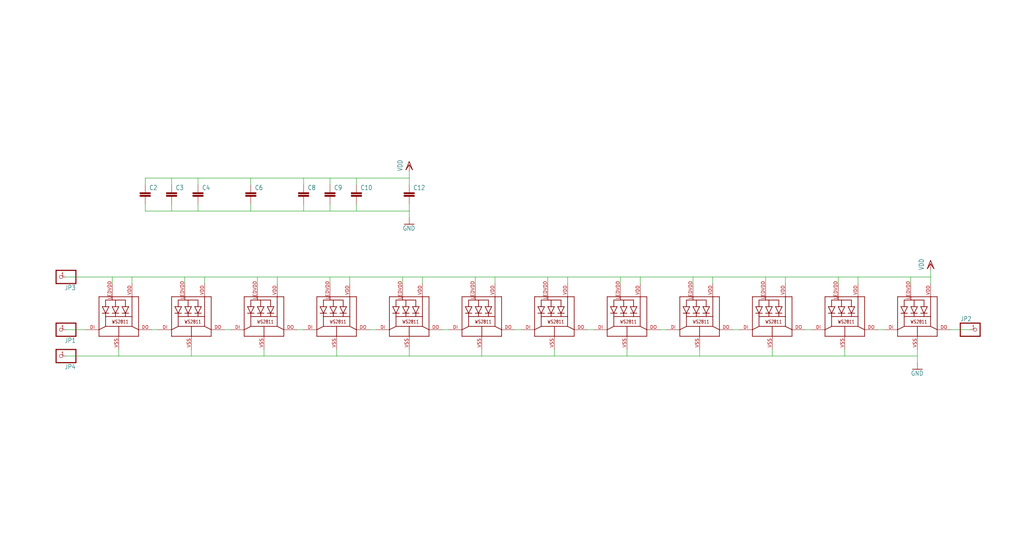
<source format=kicad_sch>
(kicad_sch (version 20230121) (generator eeschema)
  (paper "User" 394.106 210.007)
  (lib_symbols
    (symbol "working-eagle-import:C-EUC0603"
      (property "Reference" "C" (at 1.524 0.381 0))
      (symbol "C-EUC0603_1_0"
        (rectangle (start -2.032 -2.032) (end 2.032 -1.524) (fill (type outline)))
        (rectangle (start -2.032 -1.016) (end 2.032 -0.508) (fill (type outline)))
        (polyline (pts (xy 0 -2.54) (xy 0 -2.032)) (stroke (width 0.1524)))
        (polyline (pts (xy 0 0) (xy 0 -0.508)) (stroke (width 0.1524)))
        (pin passive line (at 0 2.54 270) (length 2.54) (name "1") (number "1"))
        (pin passive line (at 0 -5.08 90) (length 2.54) (name "2") (number "2"))
      )
    )
    (symbol "working-eagle-import:GND" (power)
      (property "Value" "GND" (at -2.54 -2.54 0))
      (symbol "GND_1_0"
        (polyline (pts (xy -1.905 0) (xy 1.905 0)) (stroke (width 0.254)))
        (pin power_in line (at 0 2.54 270) (length 2.54) (name "GND") (number "1"))
      )
    )
    (symbol "working-eagle-import:PINHD-1X1CB"
      (property "Reference" "JP" (at -6.35 3.175 0))
      (symbol "PINHD-1X1CB_1_0"
        (polyline (pts (xy -6.35 -2.54) (xy 1.27 -2.54)) (stroke (width 0.4064)))
        (polyline (pts (xy -6.35 2.54) (xy -6.35 -2.54)) (stroke (width 0.4064)))
        (polyline (pts (xy 1.27 -2.54) (xy 1.27 2.54)) (stroke (width 0.4064)))
        (polyline (pts (xy 1.27 2.54) (xy -6.35 2.54)) (stroke (width 0.4064)))
        (pin passive inverted (at -2.54 0 0) (length 2.54) (name "1") (number "1"))
      )
    )
    (symbol "working-eagle-import:VDD" (power)
      (property "Value" "VDD" (at -2.54 -2.54 90))
      (symbol "VDD_1_0"
        (polyline (pts (xy 0 0) (xy -1.27 -1.905)) (stroke (width 0.254)))
        (polyline (pts (xy 0 1.27) (xy -1.27 -1.905)) (stroke (width 0.254)))
        (polyline (pts (xy 1.27 -1.905) (xy 0 0)) (stroke (width 0.254)))
        (polyline (pts (xy 1.27 -1.905) (xy 0 1.27)) (stroke (width 0.254)))
        (pin power_in line (at 0 -2.54 90) (length 2.54) (name "VDD") (number "1"))
      )
    )
    (symbol "working-eagle-import:WS28115050"
      (symbol "WS28115050_1_0"
        (polyline (pts (xy -7.62 -5.08) (xy 0 -5.08)) (stroke (width 0.254)))
        (polyline (pts (xy -7.62 -2.54) (xy -7.62 -5.08)) (stroke (width 0.254)))
        (polyline (pts (xy -7.62 10.16) (xy -7.62 -2.54)) (stroke (width 0.254)))
        (polyline (pts (xy -6.35 3.81) (xy -5.08 3.81)) (stroke (width 0.254)))
        (polyline (pts (xy -6.35 6.35) (xy -5.08 6.35)) (stroke (width 0.254)))
        (polyline (pts (xy -5.08 -1.27) (xy -7.62 -2.54)) (stroke (width 0.254)))
        (polyline (pts (xy -5.08 -1.27) (xy 0 -1.27)) (stroke (width 0.254)))
        (polyline (pts (xy -5.08 2.54) (xy -5.08 -1.27)) (stroke (width 0.254)))
        (polyline (pts (xy -5.08 3.81) (xy -6.35 6.35)) (stroke (width 0.254)))
        (polyline (pts (xy -5.08 3.81) (xy -5.08 2.54)) (stroke (width 0.254)))
        (polyline (pts (xy -5.08 3.81) (xy -3.81 6.35)) (stroke (width 0.254)))
        (polyline (pts (xy -5.08 6.35) (xy -3.81 6.35)) (stroke (width 0.254)))
        (polyline (pts (xy -5.08 8.89) (xy -5.08 6.35)) (stroke (width 0.254)))
        (polyline (pts (xy -3.81 3.81) (xy -5.08 3.81)) (stroke (width 0.254)))
        (polyline (pts (xy -2.54 3.81) (xy -1.27 3.81)) (stroke (width 0.254)))
        (polyline (pts (xy -2.54 6.35) (xy 0 6.35)) (stroke (width 0.254)))
        (polyline (pts (xy -2.54 8.89) (xy -5.08 8.89)) (stroke (width 0.254)))
        (polyline (pts (xy -2.54 10.16) (xy -7.62 10.16)) (stroke (width 0.254)))
        (polyline (pts (xy -2.54 10.16) (xy -2.54 8.89)) (stroke (width 0.254)))
        (polyline (pts (xy -1.27 2.54) (xy -5.08 2.54)) (stroke (width 0.254)))
        (polyline (pts (xy -1.27 3.81) (xy -2.54 6.35)) (stroke (width 0.254)))
        (polyline (pts (xy -1.27 3.81) (xy -1.27 2.54)) (stroke (width 0.254)))
        (polyline (pts (xy -1.27 3.81) (xy 0 3.81)) (stroke (width 0.254)))
        (polyline (pts (xy -1.27 6.35) (xy -1.27 8.89)) (stroke (width 0.254)))
        (polyline (pts (xy -1.27 8.89) (xy -2.54 8.89)) (stroke (width 0.254)))
        (polyline (pts (xy 0 -5.08) (xy 7.62 -5.08)) (stroke (width 0.254)))
        (polyline (pts (xy 0 -1.27) (xy 0 -5.08)) (stroke (width 0.254)))
        (polyline (pts (xy 0 -1.27) (xy 5.08 -1.27)) (stroke (width 0.254)))
        (polyline (pts (xy 0 6.35) (xy -1.27 3.81)) (stroke (width 0.254)))
        (polyline (pts (xy 1.27 6.35) (xy 2.54 3.81)) (stroke (width 0.254)))
        (polyline (pts (xy 1.27 6.35) (xy 2.54 6.35)) (stroke (width 0.254)))
        (polyline (pts (xy 2.54 2.54) (xy -1.27 2.54)) (stroke (width 0.254)))
        (polyline (pts (xy 2.54 3.81) (xy 1.27 3.81)) (stroke (width 0.254)))
        (polyline (pts (xy 2.54 3.81) (xy 2.54 2.54)) (stroke (width 0.254)))
        (polyline (pts (xy 2.54 3.81) (xy 3.81 3.81)) (stroke (width 0.254)))
        (polyline (pts (xy 2.54 3.81) (xy 3.81 6.35)) (stroke (width 0.254)))
        (polyline (pts (xy 2.54 6.35) (xy 2.54 8.89)) (stroke (width 0.254)))
        (polyline (pts (xy 2.54 8.89) (xy -1.27 8.89)) (stroke (width 0.254)))
        (polyline (pts (xy 3.81 6.35) (xy 2.54 6.35)) (stroke (width 0.254)))
        (polyline (pts (xy 5.08 -1.27) (xy 5.08 2.54)) (stroke (width 0.254)))
        (polyline (pts (xy 5.08 -1.27) (xy 7.62 -2.54)) (stroke (width 0.254)))
        (polyline (pts (xy 5.08 2.54) (xy 2.54 2.54)) (stroke (width 0.254)))
        (polyline (pts (xy 5.08 10.16) (xy -2.54 10.16)) (stroke (width 0.254)))
        (polyline (pts (xy 5.08 10.16) (xy 5.08 2.54)) (stroke (width 0.254)))
        (polyline (pts (xy 7.62 -5.08) (xy 7.62 -2.54)) (stroke (width 0.254)))
        (polyline (pts (xy 7.62 -2.54) (xy 7.62 10.16)) (stroke (width 0.254)))
        (polyline (pts (xy 7.62 10.16) (xy 5.08 10.16)) (stroke (width 0.254)))
        (text "WS2811" (at 3.81 1.27 0) (effects (font (size 1.27 1.0795)) (justify right top)))
        (pin input line (at -12.7 -2.54 0) (length 5.08) (name "DI") (number "DI"))
        (pin output line (at 12.7 -2.54 180) (length 5.08) (name "DO") (number "DO"))
        (pin power_in line (at -2.54 15.24 270) (length 5.08) (name "LEDVDD") (number "LEDVDD"))
        (pin power_in line (at 5.08 15.24 270) (length 5.08) (name "VDD") (number "VDD"))
        (pin power_in line (at 0 -10.16 90) (length 5.08) (name "GND") (number "VSS"))
      )
    )
  )
  (wire (pts (xy 96.52 68.58) (xy 76.2 68.58)) (stroke (width 0.1524)))
  (wire (pts (xy 358.14 106.68) (xy 358.14 104.14)) (stroke (width 0.1524)))
  (wire (pts (xy 106.68 106.68) (xy 99.06 106.68)) (stroke (width 0.1524)))
  (wire (pts (xy 99.06 106.68) (xy 78.74 106.68)) (stroke (width 0.1524)))
  (wire (pts (xy 182.88 106.68) (xy 162.56 106.68)) (stroke (width 0.1524)))
  (wire (pts (xy 269.24 137.16) (xy 269.24 134.62)) (stroke (width 0.1524)))
  (wire (pts (xy 266.7 106.68) (xy 246.38 106.68)) (stroke (width 0.1524)))
  (wire (pts (xy 127 109.22) (xy 127 106.68)) (stroke (width 0.1524)))
  (wire (pts (xy 213.36 137.16) (xy 213.36 134.62)) (stroke (width 0.1524)))
  (wire (pts (xy 25.4 106.68) (xy 43.18 106.68)) (stroke (width 0.1524)))
  (wire (pts (xy 137.16 68.58) (xy 127 68.58)) (stroke (width 0.1524)))
  (wire (pts (xy 137.16 81.28) (xy 127 81.28)) (stroke (width 0.1524)))
  (wire (pts (xy 157.48 68.58) (xy 157.48 66.04)) (stroke (width 0.1524)))
  (wire (pts (xy 218.44 106.68) (xy 210.82 106.68)) (stroke (width 0.1524)))
  (wire (pts (xy 322.58 109.22) (xy 322.58 106.68)) (stroke (width 0.1524)))
  (wire (pts (xy 210.82 106.68) (xy 190.5 106.68)) (stroke (width 0.1524)))
  (wire (pts (xy 238.76 109.22) (xy 238.76 106.68)) (stroke (width 0.1524)))
  (wire (pts (xy 116.84 81.28) (xy 116.84 78.74)) (stroke (width 0.1524)))
  (wire (pts (xy 157.48 81.28) (xy 157.48 83.82)) (stroke (width 0.1524)))
  (wire (pts (xy 66.04 71.12) (xy 66.04 68.58)) (stroke (width 0.1524)))
  (wire (pts (xy 127 81.28) (xy 127 78.74)) (stroke (width 0.1524)))
  (wire (pts (xy 274.32 109.22) (xy 274.32 106.68)) (stroke (width 0.1524)))
  (wire (pts (xy 78.74 109.22) (xy 78.74 106.68)) (stroke (width 0.1524)))
  (wire (pts (xy 241.3 137.16) (xy 213.36 137.16)) (stroke (width 0.1524)))
  (wire (pts (xy 325.12 137.16) (xy 297.18 137.16)) (stroke (width 0.1524)))
  (wire (pts (xy 101.6 137.16) (xy 101.6 134.62)) (stroke (width 0.1524)))
  (wire (pts (xy 302.26 106.68) (xy 294.64 106.68)) (stroke (width 0.1524)))
  (wire (pts (xy 116.84 68.58) (xy 96.52 68.58)) (stroke (width 0.1524)))
  (wire (pts (xy 55.88 81.28) (xy 55.88 78.74)) (stroke (width 0.1524)))
  (wire (pts (xy 99.06 109.22) (xy 99.06 106.68)) (stroke (width 0.1524)))
  (wire (pts (xy 60.96 127) (xy 58.42 127)) (stroke (width 0.1524)))
  (wire (pts (xy 78.74 106.68) (xy 71.12 106.68)) (stroke (width 0.1524)))
  (wire (pts (xy 294.64 109.22) (xy 294.64 106.68)) (stroke (width 0.1524)))
  (wire (pts (xy 358.14 106.68) (xy 350.52 106.68)) (stroke (width 0.1524)))
  (wire (pts (xy 129.54 137.16) (xy 129.54 134.62)) (stroke (width 0.1524)))
  (wire (pts (xy 330.2 109.22) (xy 330.2 106.68)) (stroke (width 0.1524)))
  (wire (pts (xy 358.14 109.22) (xy 358.14 106.68)) (stroke (width 0.1524)))
  (wire (pts (xy 350.52 106.68) (xy 330.2 106.68)) (stroke (width 0.1524)))
  (wire (pts (xy 238.76 106.68) (xy 218.44 106.68)) (stroke (width 0.1524)))
  (wire (pts (xy 302.26 109.22) (xy 302.26 106.68)) (stroke (width 0.1524)))
  (wire (pts (xy 43.18 106.68) (xy 43.18 109.22)) (stroke (width 0.1524)))
  (wire (pts (xy 337.82 127) (xy 340.36 127)) (stroke (width 0.1524)))
  (wire (pts (xy 157.48 78.74) (xy 157.48 81.28)) (stroke (width 0.1524)))
  (wire (pts (xy 157.48 137.16) (xy 157.48 134.62)) (stroke (width 0.1524)))
  (wire (pts (xy 254 127) (xy 256.54 127)) (stroke (width 0.1524)))
  (wire (pts (xy 76.2 68.58) (xy 66.04 68.58)) (stroke (width 0.1524)))
  (wire (pts (xy 127 71.12) (xy 127 68.58)) (stroke (width 0.1524)))
  (wire (pts (xy 353.06 137.16) (xy 353.06 139.7)) (stroke (width 0.1524)))
  (wire (pts (xy 353.06 137.16) (xy 325.12 137.16)) (stroke (width 0.1524)))
  (wire (pts (xy 50.8 109.22) (xy 50.8 106.68)) (stroke (width 0.1524)))
  (wire (pts (xy 144.78 127) (xy 142.24 127)) (stroke (width 0.1524)))
  (wire (pts (xy 218.44 109.22) (xy 218.44 106.68)) (stroke (width 0.1524)))
  (wire (pts (xy 127 68.58) (xy 116.84 68.58)) (stroke (width 0.1524)))
  (wire (pts (xy 96.52 81.28) (xy 96.52 78.74)) (stroke (width 0.1524)))
  (wire (pts (xy 157.48 137.16) (xy 129.54 137.16)) (stroke (width 0.1524)))
  (wire (pts (xy 350.52 109.22) (xy 350.52 106.68)) (stroke (width 0.1524)))
  (wire (pts (xy 157.48 81.28) (xy 137.16 81.28)) (stroke (width 0.1524)))
  (wire (pts (xy 297.18 137.16) (xy 297.18 134.62)) (stroke (width 0.1524)))
  (wire (pts (xy 185.42 137.16) (xy 157.48 137.16)) (stroke (width 0.1524)))
  (wire (pts (xy 190.5 109.22) (xy 190.5 106.68)) (stroke (width 0.1524)))
  (wire (pts (xy 134.62 106.68) (xy 127 106.68)) (stroke (width 0.1524)))
  (wire (pts (xy 127 106.68) (xy 106.68 106.68)) (stroke (width 0.1524)))
  (wire (pts (xy 106.68 109.22) (xy 106.68 106.68)) (stroke (width 0.1524)))
  (wire (pts (xy 266.7 109.22) (xy 266.7 106.68)) (stroke (width 0.1524)))
  (wire (pts (xy 246.38 106.68) (xy 238.76 106.68)) (stroke (width 0.1524)))
  (wire (pts (xy 73.66 137.16) (xy 45.72 137.16)) (stroke (width 0.1524)))
  (wire (pts (xy 127 81.28) (xy 116.84 81.28)) (stroke (width 0.1524)))
  (wire (pts (xy 190.5 106.68) (xy 182.88 106.68)) (stroke (width 0.1524)))
  (wire (pts (xy 330.2 106.68) (xy 322.58 106.68)) (stroke (width 0.1524)))
  (wire (pts (xy 88.9 127) (xy 86.36 127)) (stroke (width 0.1524)))
  (wire (pts (xy 353.06 134.62) (xy 353.06 137.16)) (stroke (width 0.1524)))
  (wire (pts (xy 200.66 127) (xy 198.12 127)) (stroke (width 0.1524)))
  (wire (pts (xy 45.72 137.16) (xy 45.72 134.62)) (stroke (width 0.1524)))
  (wire (pts (xy 76.2 81.28) (xy 66.04 81.28)) (stroke (width 0.1524)))
  (wire (pts (xy 71.12 106.68) (xy 50.8 106.68)) (stroke (width 0.1524)))
  (wire (pts (xy 66.04 68.58) (xy 55.88 68.58)) (stroke (width 0.1524)))
  (wire (pts (xy 185.42 137.16) (xy 185.42 134.62)) (stroke (width 0.1524)))
  (wire (pts (xy 137.16 81.28) (xy 137.16 78.74)) (stroke (width 0.1524)))
  (wire (pts (xy 116.84 71.12) (xy 116.84 68.58)) (stroke (width 0.1524)))
  (wire (pts (xy 116.84 81.28) (xy 96.52 81.28)) (stroke (width 0.1524)))
  (wire (pts (xy 325.12 137.16) (xy 325.12 134.62)) (stroke (width 0.1524)))
  (wire (pts (xy 73.66 137.16) (xy 73.66 134.62)) (stroke (width 0.1524)))
  (wire (pts (xy 154.94 106.68) (xy 134.62 106.68)) (stroke (width 0.1524)))
  (wire (pts (xy 71.12 109.22) (xy 71.12 106.68)) (stroke (width 0.1524)))
  (wire (pts (xy 55.88 71.12) (xy 55.88 68.58)) (stroke (width 0.1524)))
  (wire (pts (xy 269.24 137.16) (xy 241.3 137.16)) (stroke (width 0.1524)))
  (wire (pts (xy 154.94 109.22) (xy 154.94 106.68)) (stroke (width 0.1524)))
  (wire (pts (xy 116.84 127) (xy 114.3 127)) (stroke (width 0.1524)))
  (wire (pts (xy 213.36 137.16) (xy 185.42 137.16)) (stroke (width 0.1524)))
  (wire (pts (xy 246.38 109.22) (xy 246.38 106.68)) (stroke (width 0.1524)))
  (wire (pts (xy 129.54 137.16) (xy 101.6 137.16)) (stroke (width 0.1524)))
  (wire (pts (xy 157.48 71.12) (xy 157.48 68.58)) (stroke (width 0.1524)))
  (wire (pts (xy 157.48 68.58) (xy 137.16 68.58)) (stroke (width 0.1524)))
  (wire (pts (xy 66.04 81.28) (xy 55.88 81.28)) (stroke (width 0.1524)))
  (wire (pts (xy 241.3 137.16) (xy 241.3 134.62)) (stroke (width 0.1524)))
  (wire (pts (xy 210.82 109.22) (xy 210.82 106.68)) (stroke (width 0.1524)))
  (wire (pts (xy 322.58 106.68) (xy 302.26 106.68)) (stroke (width 0.1524)))
  (wire (pts (xy 25.4 127) (xy 33.02 127)) (stroke (width 0.1524)))
  (wire (pts (xy 134.62 109.22) (xy 134.62 106.68)) (stroke (width 0.1524)))
  (wire (pts (xy 309.88 127) (xy 312.42 127)) (stroke (width 0.1524)))
  (wire (pts (xy 66.04 81.28) (xy 66.04 78.74)) (stroke (width 0.1524)))
  (wire (pts (xy 172.72 127) (xy 170.18 127)) (stroke (width 0.1524)))
  (wire (pts (xy 76.2 81.28) (xy 76.2 78.74)) (stroke (width 0.1524)))
  (wire (pts (xy 274.32 106.68) (xy 266.7 106.68)) (stroke (width 0.1524)))
  (wire (pts (xy 373.38 127) (xy 365.76 127)) (stroke (width 0.1524)))
  (wire (pts (xy 76.2 71.12) (xy 76.2 68.58)) (stroke (width 0.1524)))
  (wire (pts (xy 96.52 81.28) (xy 76.2 81.28)) (stroke (width 0.1524)))
  (wire (pts (xy 96.52 71.12) (xy 96.52 68.58)) (stroke (width 0.1524)))
  (wire (pts (xy 137.16 71.12) (xy 137.16 68.58)) (stroke (width 0.1524)))
  (wire (pts (xy 281.94 127) (xy 284.48 127)) (stroke (width 0.1524)))
  (wire (pts (xy 50.8 106.68) (xy 43.18 106.68)) (stroke (width 0.1524)))
  (wire (pts (xy 101.6 137.16) (xy 73.66 137.16)) (stroke (width 0.1524)))
  (wire (pts (xy 226.06 127) (xy 228.6 127)) (stroke (width 0.1524)))
  (wire (pts (xy 162.56 109.22) (xy 162.56 106.68)) (stroke (width 0.1524)))
  (wire (pts (xy 182.88 109.22) (xy 182.88 106.68)) (stroke (width 0.1524)))
  (wire (pts (xy 162.56 106.68) (xy 154.94 106.68)) (stroke (width 0.1524)))
  (wire (pts (xy 297.18 137.16) (xy 269.24 137.16)) (stroke (width 0.1524)))
  (wire (pts (xy 294.64 106.68) (xy 274.32 106.68)) (stroke (width 0.1524)))
  (wire (pts (xy 25.4 137.16) (xy 45.72 137.16)) (stroke (width 0.1524)))
  (symbol (lib_id "working-eagle-import:WS28115050") (at 73.66 124.46 0) (unit 1)
    (property "Reference" "LED2" (effects hide))
    (property "Value" "WS28115050" (effects hide))
    (property "Footprint" "working:WS28115050" (effects hide))
  )
  (symbol (lib_id "working-eagle-import:C-EUC0603") (at 76.2 73.66 0) (unit 1)
    (property "Reference" "C4" (at 77.724 73.279 0) (effects (font (size 1.778 1.5113)) (justify left bottom)))
    (property "Value" "C-EUC0603" (effects hide))
    (property "Footprint" "working:C0603" (effects hide))
  )
  (symbol (lib_id "working-eagle-import:WS28115050") (at 269.24 124.46 0) (unit 1)
    (property "Reference" "LED9" (effects hide))
    (property "Value" "WS28115050" (effects hide))
    (property "Footprint" "working:WS28115050" (effects hide))
  )
  (symbol (lib_id "working-eagle-import:WS28115050") (at 45.72 124.46 0) (unit 1)
    (property "Reference" "LED1" (effects hide))
    (property "Value" "WS28115050" (effects hide))
    (property "Footprint" "working:WS28115050" (effects hide))
  )
  (symbol (lib_id "working-eagle-import:PINHD-1X1CB") (at 375.92 127 0) (unit 1)
    (property "Reference" "JP2" (at 369.57 123.825 0) (effects (font (size 1.778 1.5113)) (justify left bottom)))
    (property "Value" "PINHD-1X1CB" (effects hide))
    (property "Footprint" "working:1X01-CLEANBIG" (effects hide))
  )
  (symbol (lib_id "working-eagle-import:GND") (at 353.06 142.24 0) (unit 1)
    (property "Reference" "#GND1" (effects hide))
    (property "Value" "GND" (at 350.52 144.78 0) (effects (font (size 1.778 1.5113)) (justify left bottom)))
  )
  (symbol (lib_id "working-eagle-import:WS28115050") (at 353.06 124.46 0) (unit 1)
    (property "Reference" "LED12" (effects hide))
    (property "Value" "WS28115050" (effects hide))
    (property "Footprint" "working:WS28115050" (effects hide))
  )
  (symbol (lib_id "working-eagle-import:WS28115050") (at 213.36 124.46 0) (unit 1)
    (property "Reference" "LED7" (effects hide))
    (property "Value" "WS28115050" (effects hide))
    (property "Footprint" "working:WS28115050" (effects hide))
  )
  (symbol (lib_id "working-eagle-import:C-EUC0603") (at 96.52 73.66 0) (unit 1)
    (property "Reference" "C6" (at 98.044 73.279 0) (effects (font (size 1.778 1.5113)) (justify left bottom)))
    (property "Value" "C-EUC0603" (effects hide))
    (property "Footprint" "working:C0603" (effects hide))
  )
  (symbol (lib_id "working-eagle-import:C-EUC0603") (at 55.88 73.66 0) (unit 1)
    (property "Reference" "C2" (at 57.404 73.279 0) (effects (font (size 1.778 1.5113)) (justify left bottom)))
    (property "Value" "C-EUC0603" (effects hide))
    (property "Footprint" "working:C0603" (effects hide))
  )
  (symbol (lib_id "working-eagle-import:C-EUC0603") (at 66.04 73.66 0) (unit 1)
    (property "Reference" "C3" (at 67.564 73.279 0) (effects (font (size 1.778 1.5113)) (justify left bottom)))
    (property "Value" "C-EUC0603" (effects hide))
    (property "Footprint" "working:C0603" (effects hide))
  )
  (symbol (lib_id "working-eagle-import:GND") (at 157.48 86.36 0) (unit 1)
    (property "Reference" "#GND2" (effects hide))
    (property "Value" "GND" (at 154.94 88.9 0) (effects (font (size 1.778 1.5113)) (justify left bottom)))
  )
  (symbol (lib_id "working-eagle-import:WS28115050") (at 297.18 124.46 0) (unit 1)
    (property "Reference" "LED10" (effects hide))
    (property "Value" "WS28115050" (effects hide))
    (property "Footprint" "working:WS28115050" (effects hide))
  )
  (symbol (lib_id "working-eagle-import:WS28115050") (at 101.6 124.46 0) (unit 1)
    (property "Reference" "LED3" (effects hide))
    (property "Value" "WS28115050" (effects hide))
    (property "Footprint" "working:WS28115050" (effects hide))
  )
  (symbol (lib_id "working-eagle-import:WS28115050") (at 325.12 124.46 0) (unit 1)
    (property "Reference" "LED11" (effects hide))
    (property "Value" "WS28115050" (effects hide))
    (property "Footprint" "working:WS28115050" (effects hide))
  )
  (symbol (lib_id "working-eagle-import:C-EUC0603") (at 157.48 73.66 0) (unit 1)
    (property "Reference" "C12" (at 159.004 73.279 0) (effects (font (size 1.778 1.5113)) (justify left bottom)))
    (property "Value" "C-EUC0603" (effects hide))
    (property "Footprint" "working:C0603" (effects hide))
  )
  (symbol (lib_id "working-eagle-import:VDD") (at 358.14 101.6 0) (unit 1)
    (property "Reference" "#VDD1" (effects hide))
    (property "Value" "VDD" (at 355.6 104.14 90) (effects (font (size 1.778 1.5113)) (justify left bottom)))
  )
  (symbol (lib_id "working-eagle-import:WS28115050") (at 185.42 124.46 0) (unit 1)
    (property "Reference" "LED6" (effects hide))
    (property "Value" "WS28115050" (effects hide))
    (property "Footprint" "working:WS28115050" (effects hide))
  )
  (symbol (lib_id "working-eagle-import:PINHD-1X1CB") (at 22.86 127 180) (unit 1)
    (property "Reference" "JP1" (at 29.21 130.175 0) (effects (font (size 1.778 1.5113)) (justify left bottom)))
    (property "Value" "PINHD-1X1CB" (effects hide))
    (property "Footprint" "working:1X01-CLEANBIG" (effects hide))
  )
  (symbol (lib_id "working-eagle-import:PINHD-1X1CB") (at 22.86 106.68 180) (unit 1)
    (property "Reference" "JP3" (at 29.21 109.855 0) (effects (font (size 1.778 1.5113)) (justify left bottom)))
    (property "Value" "PINHD-1X1CB" (effects hide))
    (property "Footprint" "working:1X01-CLEANBIG" (effects hide))
  )
  (symbol (lib_id "working-eagle-import:VDD") (at 157.48 63.5 0) (unit 1)
    (property "Reference" "#VDD2" (effects hide))
    (property "Value" "VDD" (at 154.94 66.04 90) (effects (font (size 1.778 1.5113)) (justify left bottom)))
  )
  (symbol (lib_id "working-eagle-import:PINHD-1X1CB") (at 22.86 137.16 180) (unit 1)
    (property "Reference" "JP4" (at 29.21 140.335 0) (effects (font (size 1.778 1.5113)) (justify left bottom)))
    (property "Value" "PINHD-1X1CB" (effects hide))
    (property "Footprint" "working:1X01-CLEANBIG" (effects hide))
  )
  (symbol (lib_id "working-eagle-import:C-EUC0603") (at 137.16 73.66 0) (unit 1)
    (property "Reference" "C10" (at 138.684 73.279 0) (effects (font (size 1.778 1.5113)) (justify left bottom)))
    (property "Value" "C-EUC0603" (effects hide))
    (property "Footprint" "working:C0603" (effects hide))
  )
  (symbol (lib_id "working-eagle-import:C-EUC0603") (at 116.84 73.66 0) (unit 1)
    (property "Reference" "C8" (at 118.364 73.279 0) (effects (font (size 1.778 1.5113)) (justify left bottom)))
    (property "Value" "C-EUC0603" (effects hide))
    (property "Footprint" "working:C0603" (effects hide))
  )
  (symbol (lib_id "working-eagle-import:C-EUC0603") (at 127 73.66 0) (unit 1)
    (property "Reference" "C9" (at 128.524 73.279 0) (effects (font (size 1.778 1.5113)) (justify left bottom)))
    (property "Value" "C-EUC0603" (effects hide))
    (property "Footprint" "working:C0603" (effects hide))
  )
  (symbol (lib_id "working-eagle-import:WS28115050") (at 241.3 124.46 0) (unit 1)
    (property "Reference" "LED8" (effects hide))
    (property "Value" "WS28115050" (effects hide))
    (property "Footprint" "working:WS28115050" (effects hide))
  )
  (symbol (lib_id "working-eagle-import:WS28115050") (at 129.54 124.46 0) (unit 1)
    (property "Reference" "LED4" (effects hide))
    (property "Value" "WS28115050" (effects hide))
    (property "Footprint" "working:WS28115050" (effects hide))
  )
  (symbol (lib_id "working-eagle-import:WS28115050") (at 157.48 124.46 0) (unit 1)
    (property "Reference" "LED5" (effects hide))
    (property "Value" "WS28115050" (effects hide))
    (property "Footprint" "working:WS28115050" (effects hide))
  )
)
</source>
